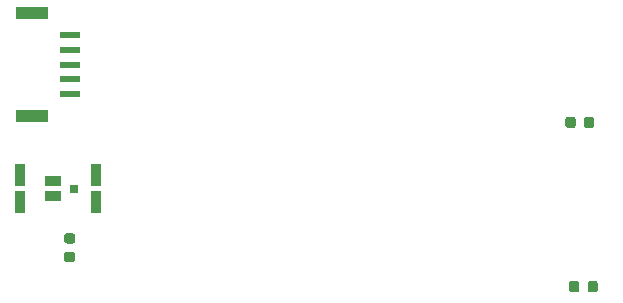
<source format=gtp>
%TF.GenerationSoftware,KiCad,Pcbnew,5.1.10-88a1d61d58~88~ubuntu20.04.1*%
%TF.CreationDate,2021-08-03T13:57:49-04:00*%
%TF.ProjectId,ta-base,74612d62-6173-4652-9e6b-696361645f70,rev?*%
%TF.SameCoordinates,Original*%
%TF.FileFunction,Paste,Top*%
%TF.FilePolarity,Positive*%
%FSLAX46Y46*%
G04 Gerber Fmt 4.6, Leading zero omitted, Abs format (unit mm)*
G04 Created by KiCad (PCBNEW 5.1.10-88a1d61d58~88~ubuntu20.04.1) date 2021-08-03 13:57:49*
%MOMM*%
%LPD*%
G01*
G04 APERTURE LIST*
%ADD10R,2.700000X1.000000*%
%ADD11R,1.700000X0.600000*%
%ADD12R,0.762000X0.762000*%
%ADD13R,1.447800X0.863600*%
%ADD14R,0.889000X1.854200*%
G04 APERTURE END LIST*
D10*
%TO.C,J7*%
X112760817Y-120956732D03*
X112760817Y-112256734D03*
D11*
X115960811Y-119106733D03*
X115960811Y-117856733D03*
X115960811Y-116606733D03*
X115960811Y-115356733D03*
X115960811Y-114106733D03*
%TD*%
%TO.C,R1*%
G36*
G01*
X159110811Y-135150483D02*
X159110811Y-135662983D01*
G75*
G02*
X158892061Y-135881733I-218750J0D01*
G01*
X158454561Y-135881733D01*
G75*
G02*
X158235811Y-135662983I0J218750D01*
G01*
X158235811Y-135150483D01*
G75*
G02*
X158454561Y-134931733I218750J0D01*
G01*
X158892061Y-134931733D01*
G75*
G02*
X159110811Y-135150483I0J-218750D01*
G01*
G37*
G36*
G01*
X160685811Y-135150483D02*
X160685811Y-135662983D01*
G75*
G02*
X160467061Y-135881733I-218750J0D01*
G01*
X160029561Y-135881733D01*
G75*
G02*
X159810811Y-135662983I0J218750D01*
G01*
X159810811Y-135150483D01*
G75*
G02*
X160029561Y-134931733I218750J0D01*
G01*
X160467061Y-134931733D01*
G75*
G02*
X160685811Y-135150483I0J-218750D01*
G01*
G37*
%TD*%
%TO.C,R2*%
G36*
G01*
X158810811Y-121250483D02*
X158810811Y-121762983D01*
G75*
G02*
X158592061Y-121981733I-218750J0D01*
G01*
X158154561Y-121981733D01*
G75*
G02*
X157935811Y-121762983I0J218750D01*
G01*
X157935811Y-121250483D01*
G75*
G02*
X158154561Y-121031733I218750J0D01*
G01*
X158592061Y-121031733D01*
G75*
G02*
X158810811Y-121250483I0J-218750D01*
G01*
G37*
G36*
G01*
X160385811Y-121250483D02*
X160385811Y-121762983D01*
G75*
G02*
X160167061Y-121981733I-218750J0D01*
G01*
X159729561Y-121981733D01*
G75*
G02*
X159510811Y-121762983I0J218750D01*
G01*
X159510811Y-121250483D01*
G75*
G02*
X159729561Y-121031733I218750J0D01*
G01*
X160167061Y-121031733D01*
G75*
G02*
X160385811Y-121250483I0J-218750D01*
G01*
G37*
%TD*%
%TO.C,R3*%
G36*
G01*
X115704561Y-132456733D02*
X116217061Y-132456733D01*
G75*
G02*
X116435811Y-132675483I0J-218750D01*
G01*
X116435811Y-133112983D01*
G75*
G02*
X116217061Y-133331733I-218750J0D01*
G01*
X115704561Y-133331733D01*
G75*
G02*
X115485811Y-133112983I0J218750D01*
G01*
X115485811Y-132675483D01*
G75*
G02*
X115704561Y-132456733I218750J0D01*
G01*
G37*
G36*
G01*
X115704561Y-130881733D02*
X116217061Y-130881733D01*
G75*
G02*
X116435811Y-131100483I0J-218750D01*
G01*
X116435811Y-131537983D01*
G75*
G02*
X116217061Y-131756733I-218750J0D01*
G01*
X115704561Y-131756733D01*
G75*
G02*
X115485811Y-131537983I0J218750D01*
G01*
X115485811Y-131100483D01*
G75*
G02*
X115704561Y-130881733I218750J0D01*
G01*
G37*
%TD*%
D12*
%TO.C,U1*%
X116325811Y-127106733D03*
D13*
X114575811Y-126496732D03*
X114575811Y-127716734D03*
D14*
X111760810Y-125931734D03*
X111760810Y-128281732D03*
X118160812Y-125931734D03*
X118160812Y-128281732D03*
%TD*%
M02*

</source>
